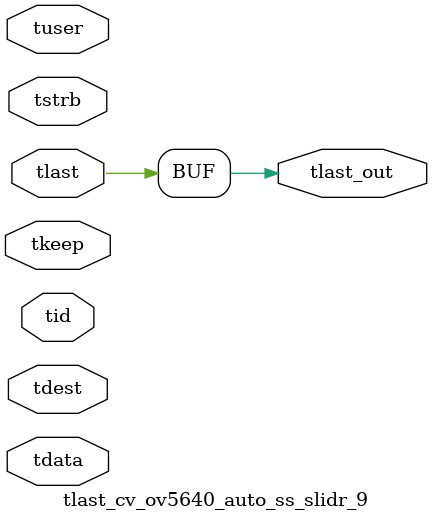
<source format=v>


`timescale 1ps/1ps

module tlast_cv_ov5640_auto_ss_slidr_9 #
(
parameter C_S_AXIS_TID_WIDTH   = 1,
parameter C_S_AXIS_TUSER_WIDTH = 0,
parameter C_S_AXIS_TDATA_WIDTH = 0,
parameter C_S_AXIS_TDEST_WIDTH = 0
)
(
input  [(C_S_AXIS_TID_WIDTH   == 0 ? 1 : C_S_AXIS_TID_WIDTH)-1:0       ] tid,
input  [(C_S_AXIS_TDATA_WIDTH == 0 ? 1 : C_S_AXIS_TDATA_WIDTH)-1:0     ] tdata,
input  [(C_S_AXIS_TUSER_WIDTH == 0 ? 1 : C_S_AXIS_TUSER_WIDTH)-1:0     ] tuser,
input  [(C_S_AXIS_TDEST_WIDTH == 0 ? 1 : C_S_AXIS_TDEST_WIDTH)-1:0     ] tdest,
input  [(C_S_AXIS_TDATA_WIDTH/8)-1:0 ] tkeep,
input  [(C_S_AXIS_TDATA_WIDTH/8)-1:0 ] tstrb,
input  [0:0]                                                             tlast,
output                                                                   tlast_out
);

assign tlast_out = {tlast};

endmodule


</source>
